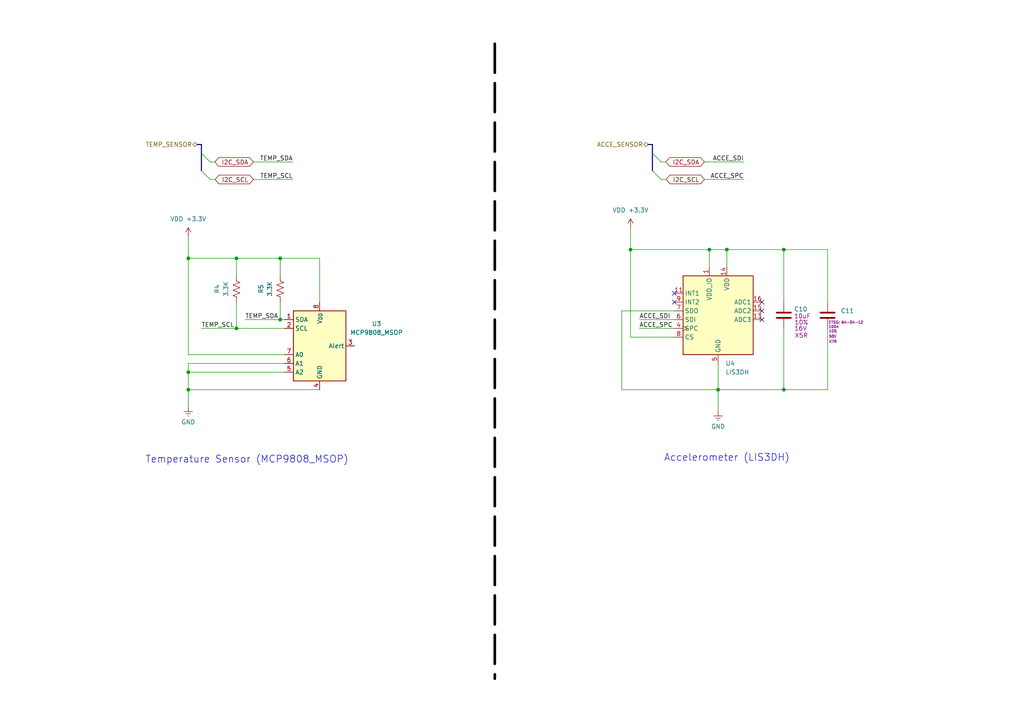
<source format=kicad_sch>
(kicad_sch (version 20250114) (generator "eeschema") (generator_version "9.0")
  (paper "A4")
  (lib_symbols
    (symbol "Device:C" (pin_numbers (hide yes)) (pin_names (offset 0.254))
      (property "Reference" "C" (at 0.635 2.54 0))
      (property "Value" "C" (at 0.635 -2.54 0))
      (symbol "C_0_1"
        (polyline (pts (xy -2.032 0.762) (xy 2.032 0.762)) (stroke (width 0.508)))
        (polyline (pts (xy -2.032 -0.762) (xy 2.032 -0.762)) (stroke (width 0.508)))
      )
      (symbol "C_1_1"
        (pin passive line (at 0 3.81 270) (length 2.794) (name "~") (number "1"))
        (pin passive line (at 0 -3.81 90) (length 2.794) (name "~") (number "2"))
      )
    )
    (symbol "Device:R_US" (pin_numbers (hide yes)) (pin_names (offset 0))
      (property "Reference" "R" (at 2.54 0 90))
      (property "Value" "R_US" (at -2.54 0 90))
      (symbol "R_US_0_1"
        (polyline (pts (xy 0 2.286) (xy 0 2.54)))
        (polyline (pts (xy 0 2.286) (xy 1.016 1.905) (xy 0 1.524) (xy -1.016 1.143) (xy 0 0.762)))
        (polyline (pts (xy 0 0.762) (xy 1.016 0.381) (xy 0 0) (xy -1.016 -0.381) (xy 0 -0.762)))
        (polyline (pts (xy 0 -0.762) (xy 1.016 -1.143) (xy 0 -1.524) (xy -1.016 -1.905) (xy 0 -2.286)))
        (polyline (pts (xy 0 -2.286) (xy 0 -2.54)))
      )
      (symbol "R_US_1_1"
        (pin passive line (at 0 3.81 270) (length 1.27) (name "~") (number "1"))
        (pin passive line (at 0 -3.81 90) (length 1.27) (name "~") (number "2"))
      )
    )
    (symbol "Sensor_Motion:LIS3DH"
      (property "Reference" "U" (at -7.62 11.43 0))
      (property "Value" "LIS3DH" (at 6.35 11.43 0))
      (symbol "LIS3DH_0_1"
        (rectangle (start -10.16 10.16) (end 10.16 -12.7) (stroke (width 0.254)) (fill (type background)))
      )
      (symbol "LIS3DH_1_1"
        (pin output line (at -12.7 5.08 0) (length 2.54) (name "INT1") (number "11"))
        (pin output line (at -12.7 2.54 0) (length 2.54) (name "INT2") (number "9"))
        (pin output line (at -12.7 0 0) (length 2.54) (name "SDO") (number "7"))
        (pin input line (at -12.7 -2.54 0) (length 2.54) (name "SDI") (number "6"))
        (pin input clock (at -12.7 -5.08 0) (length 2.54) (name "SPC") (number "4"))
        (pin input line (at -12.7 -7.62 0) (length 2.54) (name "CS") (number "8"))
        (pin power_in line (at -2.54 12.7 270) (length 2.54) (name "VDD_IO") (number "1"))
        (pin passive line (at 0 -15.24 90) (length 2.54) (hide yes) (name "GND") (number "10"))
        (pin passive line (at 0 -15.24 90) (length 2.54) (hide yes) (name "GND") (number "12"))
        (pin power_in line (at 0 -15.24 90) (length 2.54) (name "GND") (number "5"))
        (pin power_in line (at 2.54 12.7 270) (length 2.54) (name "VDD") (number "14"))
        (pin no_connect line (at 10.16 7.62 180) (length 2.54) (hide yes) (name "NC") (number "3"))
        (pin no_connect line (at 10.16 5.08 180) (length 2.54) (hide yes) (name "NC") (number "2"))
        (pin input line (at 12.7 2.54 180) (length 2.54) (name "ADC1") (number "16"))
        (pin input line (at 12.7 0 180) (length 2.54) (name "ADC2") (number "15"))
        (pin input line (at 12.7 -2.54 180) (length 2.54) (name "ADC3") (number "13"))
      )
    )
    (symbol "Sensor_Temperature:MCP9808_MSOP"
      (property "Reference" "U" (at -6.35 11.43 0))
      (property "Value" "MCP9808_MSOP" (at 10.16 11.43 0))
      (symbol "MCP9808_MSOP_0_1"
        (rectangle (start -7.62 10.16) (end 7.62 -10.16) (stroke (width 0.254)) (fill (type background)))
      )
      (symbol "MCP9808_MSOP_1_1"
        (pin bidirectional line (at -10.16 7.62 0) (length 2.54) (name "SDA") (number "1"))
        (pin input line (at -10.16 5.08 0) (length 2.54) (name "SCL") (number "2"))
        (pin input line (at -10.16 -2.54 0) (length 2.54) (name "A0") (number "7"))
        (pin input line (at -10.16 -5.08 0) (length 2.54) (name "A1") (number "6"))
        (pin input line (at -10.16 -7.62 0) (length 2.54) (name "A2") (number "5"))
        (pin power_in line (at 0 12.7 270) (length 2.54) (name "V_{DD}") (number "8"))
        (pin power_in line (at 0 -12.7 90) (length 2.54) (name "GND") (number "4"))
        (pin output line (at 10.16 0 180) (length 2.54) (name "Alert") (number "3"))
      )
    )
    (symbol "power:Earth" (power) (pin_numbers (hide yes)) (pin_names (offset 0) (hide yes))
      (property "Value" "Earth" (at 0 -3.81 0))
      (symbol "Earth_0_1"
        (polyline (pts (xy -0.635 -1.905) (xy 0.635 -1.905)))
        (polyline (pts (xy -0.127 -2.54) (xy 0.127 -2.54)))
        (polyline (pts (xy 0 -1.27) (xy 0 0)))
        (polyline (pts (xy 1.27 -1.27) (xy -1.27 -1.27)))
      )
      (symbol "Earth_1_1"
        (pin power_in line (at 0 0 270) (length 0) (name "~") (number "1"))
      )
    )
    (symbol "power:VDD" (power) (pin_numbers (hide yes)) (pin_names (offset 0) (hide yes))
      (property "Value" "VDD" (at 0 3.556 0))
      (symbol "VDD_0_1"
        (polyline (pts (xy -0.762 1.27) (xy 0 2.54)))
        (polyline (pts (xy 0 2.54) (xy 0.762 1.27)))
        (polyline (pts (xy 0 0) (xy 0 2.54)))
      )
      (symbol "VDD_1_1"
        (pin power_in line (at 0 0 90) (length 0) (name "~") (number "1"))
      )
    )
  )
  (text "Temperature Sensor (MCP9808_MSOP)" (at 71.628 133.35 0) (effects (font (size 2.032 2.032))))
  (text "Accelerometer (LIS3DH)" (at 210.82 132.842 0) (effects (font (size 2.032 2.032))))
  (junction (at 208.28 113.03))
  (junction (at 227.33 113.03))
  (junction (at 68.58 74.93))
  (junction (at 205.74 72.39))
  (junction (at 227.33 72.39))
  (junction (at 68.58 95.25))
  (junction (at 81.28 92.71))
  (junction (at 182.88 72.39))
  (junction (at 81.28 74.93))
  (junction (at 210.82 72.39))
  (junction (at 54.61 74.93))
  (junction (at 54.61 107.95))
  (junction (at 54.61 113.03))
  (no_connect (at 195.58 87.63))
  (no_connect (at 220.98 90.17))
  (no_connect (at 220.98 87.63))
  (no_connect (at 220.98 92.71))
  (no_connect (at 195.58 85.09))
  (bus_entry (at 189.23 44.45) (size 2.54 2.54))
  (bus_entry (at 189.23 49.53) (size 2.54 2.54))
  (bus_entry (at 58.42 49.53) (size 2.54 2.54))
  (bus_entry (at 58.42 44.45) (size 2.54 2.54))
  (wire (pts (xy 60.96 46.99) (xy 62.23 46.99)))
  (wire (pts (xy 204.3043 52.0451) (xy 215.7343 52.0451)))
  (bus (pts (xy 58.42 44.45) (xy 58.42 41.91)))
  (wire (pts (xy 68.58 74.93) (xy 68.58 80.01)))
  (wire (pts (xy 195.58 97.79) (xy 182.88 97.79)))
  (wire (pts (xy 208.28 105.41) (xy 208.28 113.03)))
  (wire (pts (xy 81.28 92.71) (xy 81.28 87.63)))
  (wire (pts (xy 185.42 92.71) (xy 195.58 92.71)))
  (wire (pts (xy 54.61 107.95) (xy 54.61 113.03)))
  (wire (pts (xy 68.58 95.25) (xy 82.55 95.25)))
  (bus (pts (xy 189.23 41.91) (xy 187.96 41.91)))
  (wire (pts (xy 210.82 72.39) (xy 227.33 72.39)))
  (wire (pts (xy 54.61 105.41) (xy 82.55 105.41)))
  (wire (pts (xy 208.28 113.03) (xy 180.34 113.03)))
  (wire (pts (xy 227.33 87.63) (xy 227.33 72.39)))
  (wire (pts (xy 227.33 72.39) (xy 240.03 72.39)))
  (bus (pts (xy 58.42 49.53) (xy 58.42 44.45)))
  (wire (pts (xy 54.61 102.87) (xy 54.61 74.93)))
  (bus (pts (xy 189.23 49.53) (xy 189.23 44.45)))
  (wire (pts (xy 227.33 113.03) (xy 240.03 113.03)))
  (wire (pts (xy 240.03 95.25) (xy 240.03 113.03)))
  (wire (pts (xy 82.55 92.71) (xy 81.28 92.71)))
  (wire (pts (xy 81.28 74.93) (xy 81.28 80.01)))
  (wire (pts (xy 208.28 113.03) (xy 208.28 119.38)))
  (wire (pts (xy 227.33 95.25) (xy 227.33 113.03)))
  (wire (pts (xy 60.96 52.07) (xy 62.23 52.07)))
  (wire (pts (xy 204.3043 46.9651) (xy 215.7343 46.9651)))
  (wire (pts (xy 81.28 74.93) (xy 92.71 74.93)))
  (wire (pts (xy 180.34 90.17) (xy 195.58 90.17)))
  (wire (pts (xy 195.58 95.25) (xy 185.42 95.25)))
  (wire (pts (xy 54.61 113.03) (xy 92.71 113.03)))
  (bus (pts (xy 58.42 41.91) (xy 57.15 41.91)))
  (wire (pts (xy 205.74 72.39) (xy 210.82 72.39)))
  (wire (pts (xy 191.77 46.99) (xy 193.04 46.99)))
  (wire (pts (xy 210.82 77.47) (xy 210.82 72.39)))
  (wire (pts (xy 182.88 66.04) (xy 182.88 72.39)))
  (polyline (pts (xy 143.51 12.7) (xy 143.51 196.85)) (stroke (width 0.762) (type dash) (color 0 0 0 1)))
  (wire (pts (xy 73.5026 52.0593) (xy 84.9326 52.0593)))
  (bus (pts (xy 189.23 44.45) (xy 189.23 41.91)))
  (wire (pts (xy 71.12 92.71) (xy 81.28 92.71)))
  (wire (pts (xy 182.88 97.79) (xy 182.88 72.39)))
  (wire (pts (xy 68.58 95.25) (xy 68.58 87.63)))
  (wire (pts (xy 54.61 102.87) (xy 82.55 102.87)))
  (wire (pts (xy 54.61 74.93) (xy 68.58 74.93)))
  (wire (pts (xy 240.03 87.63) (xy 240.03 72.39)))
  (wire (pts (xy 68.58 74.93) (xy 81.28 74.93)))
  (wire (pts (xy 208.28 113.03) (xy 227.33 113.03)))
  (wire (pts (xy 54.61 74.93) (xy 54.61 68.58)))
  (wire (pts (xy 54.61 107.95) (xy 82.55 107.95)))
  (wire (pts (xy 191.77 52.07) (xy 193.04 52.07)))
  (wire (pts (xy 58.42 95.25) (xy 68.58 95.25)))
  (wire (pts (xy 180.34 113.03) (xy 180.34 90.17)))
  (wire (pts (xy 54.61 105.41) (xy 54.61 107.95)))
  (wire (pts (xy 54.61 113.03) (xy 54.61 118.11)))
  (wire (pts (xy 182.88 72.39) (xy 205.74 72.39)))
  (wire (pts (xy 73.5026 46.9793) (xy 84.9326 46.9793)))
  (wire (pts (xy 205.74 72.39) (xy 205.74 77.47)))
  (wire (pts (xy 92.71 87.63) (xy 92.71 74.93)))
  (label "TEMP_SCL" (at 84.9326 52.0593 180))
  (label "ACCE_SDI" (at 215.7343 46.9651 180))
  (label "TEMP_SDA" (at 84.9326 46.9793 180))
  (label "TEMP_SCL" (at 58.42 95.25 0))
  (label "TEMP_SDA" (at 71.12 92.71 0))
  (label "ACCE_SDI" (at 185.42 92.71 0))
  (label "ACCE_SPC" (at 185.42 95.25 0))
  (label "ACCE_SPC" (at 215.7343 52.0451 180))
  (global_label "I2C_SDA" (shape bidirectional) (at 73.5026 46.9793 180) (property "Intersheetrefs" "${INTERSHEET_REFS}" (effects (hide yes))))
  (global_label "I2C_SDA" (shape bidirectional) (at 204.3043 46.9651 180) (property "Intersheetrefs" "${INTERSHEET_REFS}" (effects (hide yes))))
  (global_label "I2C_SCL" (shape bidirectional) (at 73.5026 52.0593 180) (property "Intersheetrefs" "${INTERSHEET_REFS}" (effects (hide yes))))
  (global_label "I2C_SCL" (shape bidirectional) (at 204.3043 52.0451 180) (property "Intersheetrefs" "${INTERSHEET_REFS}" (effects (hide yes))))
  (hierarchical_label " TEMP_SENSOR" (shape bidirectional) (at 57.15 41.91 180))
  (hierarchical_label "ACCE_SENSOR" (shape bidirectional) (at 187.96 41.91 180))
  (symbol (lib_id "Sensor_Motion:LIS3DH") (at 208.28 90.17 0) (unit 1)
    (property "Reference" "U4" (at 210.4233 105.41 0) (effects (justify left)))
    (property "Value" "LIS3DH" (at 210.4233 107.95 0) (effects (justify left)))
    (property "Footprint" "Package_LGA:LGA-16_3x3mm_P0.5mm_LayoutBorder3x5y" (effects (hide yes)))
    (property "Datasheet" "https://www.st.com/resource/en/datasheet/cd00274221.pdf" (effects (hide yes)))
    (property "Description" "3-Axis Accelerometer, 2/4/8/16g range, I2C/SPI interface, LGA-16" (effects (hide yes)))
  )
  (symbol (lib_id "Device:R_US") (at 68.58 83.82 180) (unit 1)
    (property "Reference" "R4" (at 62.992 83.82 90))
    (property "Value" "3.3K" (at 65.532 83.82 90))
    (property "Footprint" "Resistor_THT:R_Axial_DIN0207_L6.3mm_D2.5mm_P10.16mm_Horizontal" (effects (hide yes)))
    (property "Description" "Resistor, US symbol" (effects (hide yes)))
  )
  (symbol (lib_id "Device:C") (at 240.03 91.44 0) (unit 1)
    (property "Reference" "C11" (at 243.84 90.1699 0) (effects (justify left)))
    (property "Value" "100n" (effects (hide yes)))
    (property "Footprint" "Capacitor_SMD:C_0805_2012Metric_Pad1.18x1.45mm_HandSolder" (effects (hide yes)))
    (property "Description" "ETSG: 64-04-12" (at 245.364 93.472 0) (effects (font (size 0.762 0.762))))
    (property "Field5" "100n" (at 241.808 94.742 0) (effects (font (size 0.762 0.762))))
    (property "Field6" "10%" (at 241.554 96.012 0) (effects (font (size 0.762 0.762))))
    (property "Field7" "50V " (at 241.808 97.536 0) (effects (font (size 0.762 0.762))))
    (property "Field8" "X7R" (at 241.554 99.06 0) (effects (font (size 0.762 0.762))))
  )
  (symbol (lib_id "power:VDD") (at 182.88 66.04 0) (unit 1)
    (property "Reference" "#PWR07" (effects (hide yes)))
    (property "Value" "VDD +3.3V" (at 182.88 60.96 0))
    (property "Description" "Power symbol creates a global label with name \"VDD\"" (effects (hide yes)))
  )
  (symbol (lib_id "power:VDD") (at 54.61 68.58 0) (unit 1)
    (property "Reference" "#PWR05" (effects (hide yes)))
    (property "Value" "VDD +3.3V" (at 54.61 63.5 0))
    (property "Description" "Power symbol creates a global label with name \"VDD\"" (effects (hide yes)))
  )
  (symbol (lib_id "power:Earth") (at 208.28 119.38 0) (unit 1)
    (property "Reference" "#PWR024" (effects (hide yes)))
    (property "Value" "GND" (at 208.28 123.698 0))
    (property "Description" "Power symbol creates a global label with name \"Earth\"" (effects (hide yes)))
  )
  (symbol (lib_id "Device:C") (at 227.33 91.44 0) (unit 1)
    (property "Reference" "C10" (at 234.188 89.662 0) (effects (justify right)))
    (property "Value" "10u" (effects (hide yes)))
    (property "Footprint" "Capacitor_SMD:C_0805_2012Metric_Pad1.18x1.45mm_HandSolder" (effects (hide yes)))
    (property "Description" "Unpolarized capacitor" (effects (hide yes)))
    (property "Field5" "10uF  " (at 233.68 91.694 0))
    (property "Field6" "10%  " (at 233.426 93.472 0))
    (property "Field7" "16V  " (at 233.172 95.25 0))
    (property "Field8" "X5R" (at 232.41 97.282 0))
  )
  (symbol (lib_id "Sensor_Temperature:MCP9808_MSOP") (at 92.71 100.33 0) (unit 1)
    (property "Reference" "U3" (at 109.22 93.9098 0))
    (property "Value" "MCP9808_MSOP" (at 109.22 96.4498 0))
    (property "Footprint" "Package_SO:MSOP-8_3x3mm_P0.65mm" (effects (hide yes)))
    (property "Datasheet" "http://ww1.microchip.com/downloads/en/DeviceDoc/22203b.pdf" (effects (hide yes)))
    (property "Description" "±0.25°C (±0.5°C) Typical (Maximum), Digital Temperature Sensor, MSOP-8" (effects (hide yes)))
  )
  (symbol (lib_id "Device:R_US") (at 81.28 83.82 180) (unit 1)
    (property "Reference" "R5" (at 75.692 83.82 90))
    (property "Value" "3.3K" (at 78.232 83.82 90))
    (property "Footprint" "Resistor_THT:R_Axial_DIN0207_L6.3mm_D2.5mm_P10.16mm_Horizontal" (effects (hide yes)))
    (property "Description" "Resistor, US symbol" (effects (hide yes)))
  )
  (symbol (lib_id "power:Earth") (at 54.61 118.11 0) (unit 1)
    (property "Reference" "#PWR025" (effects (hide yes)))
    (property "Value" "GND" (at 54.61 122.428 0))
    (property "Description" "Power symbol creates a global label with name \"Earth\"" (effects (hide yes)))
  )
)
</source>
